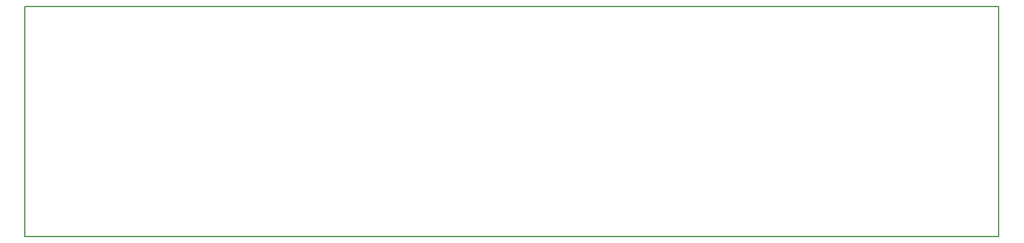
<source format=gbr>
G04 (created by PCBNEW (2013-07-07 BZR 4022)-stable) date 14/05/2014 10:05:02*
%MOIN*%
G04 Gerber Fmt 3.4, Leading zero omitted, Abs format*
%FSLAX34Y34*%
G01*
G70*
G90*
G04 APERTURE LIST*
%ADD10C,0.00590551*%
%ADD11C,0.00787402*%
G04 APERTURE END LIST*
G54D10*
G54D11*
X0Y-13000D02*
X0Y0D01*
X55000Y-13000D02*
X0Y-13000D01*
X55000Y0D02*
X55000Y-13000D01*
X0Y0D02*
X55000Y0D01*
M02*

</source>
